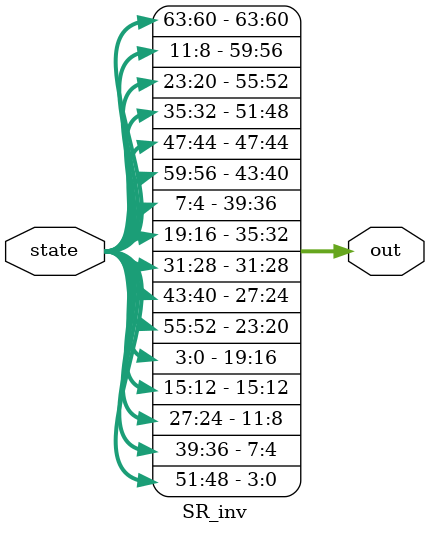
<source format=v>
module SR_inv(state, out);
    input  [63:0] state;
    output [63:0] out;

    assign out =
    {
    state[63:60], state[11:8],
    state[23:20], state[35:32],
    state[47:44], state[59:56],
    state[7:4],   state[19:16],
    state[31:28], state[43:40],
    state[55:52], state[3:0],
    state[15:12], state[27:24],
    state[39:36], state[51:48]
    };

endmodule
</source>
